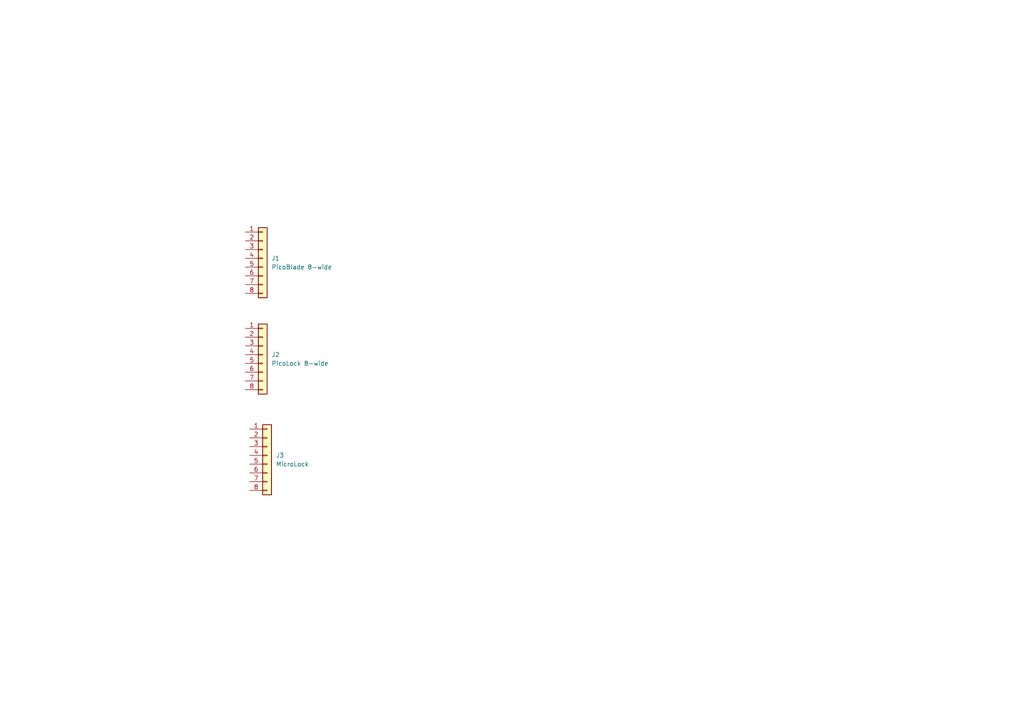
<source format=kicad_sch>
(kicad_sch (version 20250114) (generator "eeschema") (generator_version "9.0")
  (paper "A4")
  (lib_symbols
    (symbol "Connector_Generic:Conn_01x08" (pin_names (offset 1.016) (hide yes))
      (property "Reference" "J" (at 0 10.16 0))
      (property "Value" "Conn_01x08" (at 0 -12.7 0))
      (symbol "Conn_01x08_1_1"
        (rectangle (start -1.27 8.89) (end 1.27 -11.43) (stroke (width 0.254)) (fill (type background)))
        (rectangle (start -1.27 7.747) (end 0 7.493) (stroke (width 0.1524)))
        (rectangle (start -1.27 5.207) (end 0 4.953) (stroke (width 0.1524)))
        (rectangle (start -1.27 2.667) (end 0 2.413) (stroke (width 0.1524)))
        (rectangle (start -1.27 0.127) (end 0 -0.127) (stroke (width 0.1524)))
        (rectangle (start -1.27 -2.413) (end 0 -2.667) (stroke (width 0.1524)))
        (rectangle (start -1.27 -4.953) (end 0 -5.207) (stroke (width 0.1524)))
        (rectangle (start -1.27 -7.493) (end 0 -7.747) (stroke (width 0.1524)))
        (rectangle (start -1.27 -10.033) (end 0 -10.287) (stroke (width 0.1524)))
        (pin passive line (at -5.08 7.62 0) (length 3.81) (name "Pin_1") (number "1"))
        (pin passive line (at -5.08 5.08 0) (length 3.81) (name "Pin_2") (number "2"))
        (pin passive line (at -5.08 2.54 0) (length 3.81) (name "Pin_3") (number "3"))
        (pin passive line (at -5.08 0 0) (length 3.81) (name "Pin_4") (number "4"))
        (pin passive line (at -5.08 -2.54 0) (length 3.81) (name "Pin_5") (number "5"))
        (pin passive line (at -5.08 -5.08 0) (length 3.81) (name "Pin_6") (number "6"))
        (pin passive line (at -5.08 -7.62 0) (length 3.81) (name "Pin_7") (number "7"))
        (pin passive line (at -5.08 -10.16 0) (length 3.81) (name "Pin_8") (number "8"))
      )
    )
  )
  (symbol (lib_id "Connector_Generic:Conn_01x08") (at 77.47 132.08 0) (unit 1)
    (property "Reference" "J3" (at 80.01 132.0799 0) (effects (justify left)))
    (property "Value" "MicroLock" (at 80.01 134.6199 0) (effects (justify left)))
    (property "Footprint" "Connector_Molex:Molex_Pico-Lock_504050-0891_1x08-1MP_P1.50mm_Horizontal" (effects (hide yes)))
    (property "Description" "Generic connector, single row, 01x08, script generated (kicad-library-utils/schlib/autogen/connector/)" (effects (hide yes)))
  )
  (symbol (lib_id "Connector_Generic:Conn_01x08") (at 76.2 102.87 0) (unit 1)
    (property "Reference" "J2" (at 78.74 102.8699 0) (effects (justify left)))
    (property "Value" "PicoLock 8-wide" (at 78.74 105.4099 0) (effects (justify left)))
    (property "Footprint" "Connector_Molex:Molex_Pico-Lock_504050-0891_1x08-1MP_P1.50mm_Horizontal" (effects (hide yes)))
    (property "Description" "Generic connector, single row, 01x04, script generated (kicad-library-utils/schlib/autogen/connector/)" (effects (hide yes)))
  )
  (symbol (lib_id "Connector_Generic:Conn_01x08") (at 76.2 74.93 0) (unit 1)
    (property "Reference" "J1" (at 78.74 74.9299 0) (effects (justify left)))
    (property "Value" "PicoBlade 8-wide" (at 78.74 77.4699 0) (effects (justify left)))
    (property "Footprint" "Connector_Molex:Molex_PicoBlade_53261-0871_1x08-1MP_P1.25mm_Horizontal" (effects (hide yes)))
    (property "Description" "Generic connector, single row, 01x04, script generated (kicad-library-utils/schlib/autogen/connector/)" (effects (hide yes)))
  )
)
</source>
